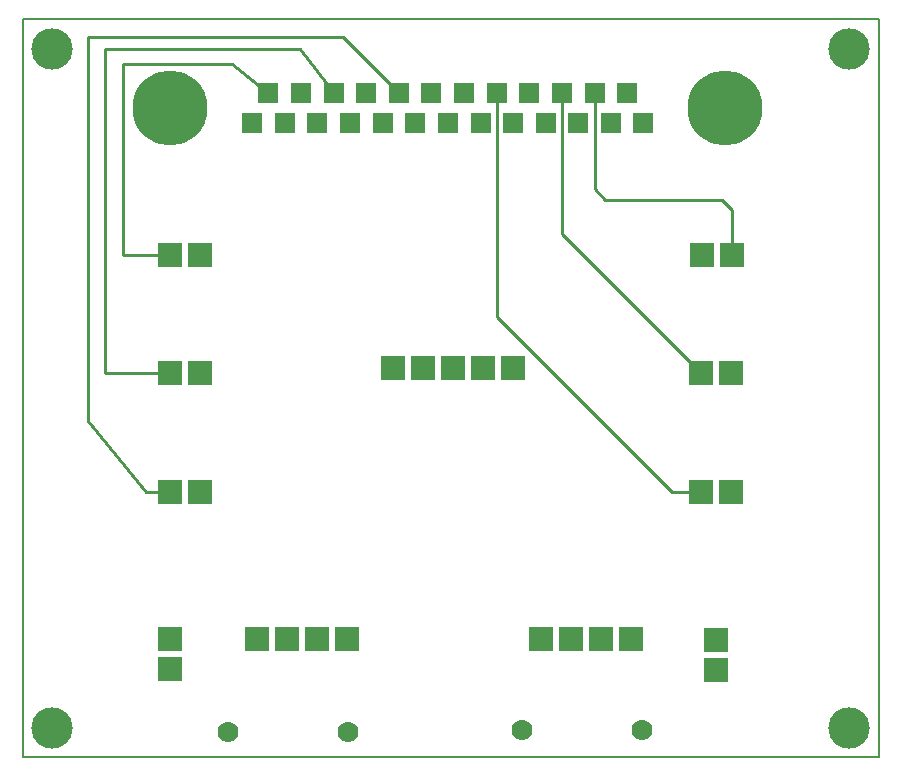
<source format=gbr>
G04 PROTEUS GERBER X2 FILE*
%TF.GenerationSoftware,Labcenter,Proteus,8.8-SP1-Build27031*%
%TF.CreationDate,2022-04-04T16:32:35+00:00*%
%TF.FileFunction,Copper,L1,Top*%
%TF.FilePolarity,Positive*%
%TF.Part,Single*%
%TF.SameCoordinates,{f11ef5d1-6b42-4984-83c1-33555d163e1d}*%
%FSLAX45Y45*%
%MOMM*%
G01*
%TA.AperFunction,Conductor*%
%ADD10C,0.254000*%
%TA.AperFunction,ComponentPad*%
%ADD11R,1.778000X1.778000*%
%ADD12C,6.350000*%
%TA.AperFunction,ComponentPad*%
%ADD13R,2.032000X2.032000*%
%ADD14C,1.778000*%
%TA.AperFunction,OtherPad,Unknown*%
%ADD15C,3.500000*%
%TA.AperFunction,Profile*%
%ADD16C,0.203200*%
%TD.AperFunction*%
D10*
X-1169420Y+4627000D02*
X-1475164Y+4870000D01*
X-2400000Y+4870000D01*
X-2400000Y+3250000D01*
X-2000000Y+3250000D01*
X+763520Y+4627000D02*
X+763520Y+2730500D01*
X+2244020Y+1250000D01*
X+2496000Y+1250000D01*
X+1314700Y+4627000D02*
X+1314700Y+3431300D01*
X+2496000Y+2250000D01*
X+1591560Y+4627000D02*
X+1591560Y+3810000D01*
X+1684432Y+3717128D01*
X+2667000Y+3717128D01*
X+2754000Y+3630128D01*
X+2754000Y+3250000D01*
X-618240Y+4627000D02*
X-900000Y+5000000D01*
X-2550000Y+5000000D01*
X-2550000Y+2250000D01*
X-2004000Y+2250000D01*
X-64520Y+4627000D02*
X-537520Y+5100000D01*
X-2700000Y+5100000D01*
X-2700000Y+1850000D01*
X-2210000Y+1250000D01*
X-2000000Y+1250000D01*
D11*
X-1306580Y+4373000D03*
X-1029720Y+4373000D03*
X-755400Y+4373000D03*
X-478540Y+4373000D03*
X-201680Y+4373000D03*
X+72640Y+4373000D03*
X+349500Y+4373000D03*
X+626360Y+4373000D03*
X+900680Y+4373000D03*
X+1177540Y+4373000D03*
X+1454400Y+4373000D03*
X+1728720Y+4373000D03*
X+2005580Y+4373000D03*
X-1169420Y+4627000D03*
X-892560Y+4627000D03*
X-618240Y+4627000D03*
X-341380Y+4627000D03*
X-64520Y+4627000D03*
X+209800Y+4627000D03*
X+486660Y+4627000D03*
X+763520Y+4627000D03*
X+1037840Y+4627000D03*
X+1314700Y+4627000D03*
X+1591560Y+4627000D03*
X+1865880Y+4627000D03*
D12*
X-2000000Y+4500000D03*
X+2699000Y+4500000D03*
D13*
X-2000000Y+3250000D03*
X-1746000Y+3250000D03*
X+2500000Y+3250000D03*
X+2754000Y+3250000D03*
X-2004000Y+2250000D03*
X-1750000Y+2250000D03*
X+2496000Y+2250000D03*
X+2750000Y+2250000D03*
X+2496000Y+1250000D03*
X+2750000Y+1250000D03*
X-2000000Y+1250000D03*
X-1746000Y+1250000D03*
X-1262000Y+0D03*
X-1008000Y+0D03*
X-754000Y+0D03*
X-500000Y+0D03*
X+1138000Y+0D03*
X+1392000Y+0D03*
X+1646000Y+0D03*
X+1900000Y+0D03*
X-116000Y+2300000D03*
X+138000Y+2300000D03*
X+392000Y+2300000D03*
X+646000Y+2300000D03*
X+900000Y+2300000D03*
X-2000000Y-250000D03*
X-2000000Y+4000D03*
X+2624000Y-260000D03*
X+2624000Y-6000D03*
D14*
X-1510000Y-788000D03*
X-494000Y-788000D03*
X+974000Y-766000D03*
X+1990000Y-766000D03*
D15*
X-3000000Y+5000000D03*
X-3000000Y-750000D03*
X+3750000Y-750000D03*
X+3750000Y+5000000D03*
D16*
X-3250000Y-1000000D02*
X+4000000Y-1000000D01*
X+4000000Y+5250000D01*
X-3250000Y+5250000D01*
X-3250000Y-1000000D01*
M02*

</source>
